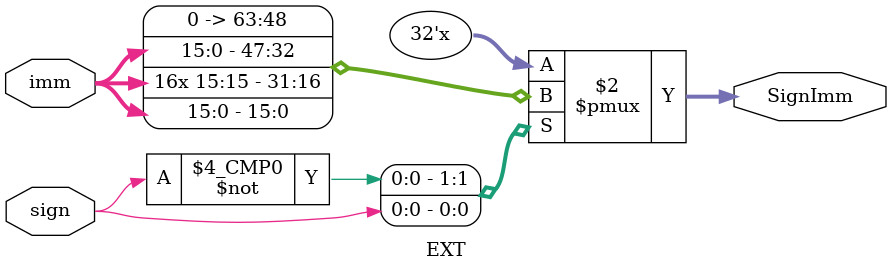
<source format=v>
`timescale 1ns / 1ps
module EXT(
    input [15:0] imm,
    input sign,
    output reg [31:0] SignImm
    );
	 always @(*) begin
		case (sign)
			'd0 : begin
						SignImm <= {16'd0, imm};
					end
			'd1 : begin
						SignImm <= {{16{imm[15]}}, imm};
					end
			default : begin
							SignImm <= 0;
						 end
		endcase
	 end
endmodule

</source>
